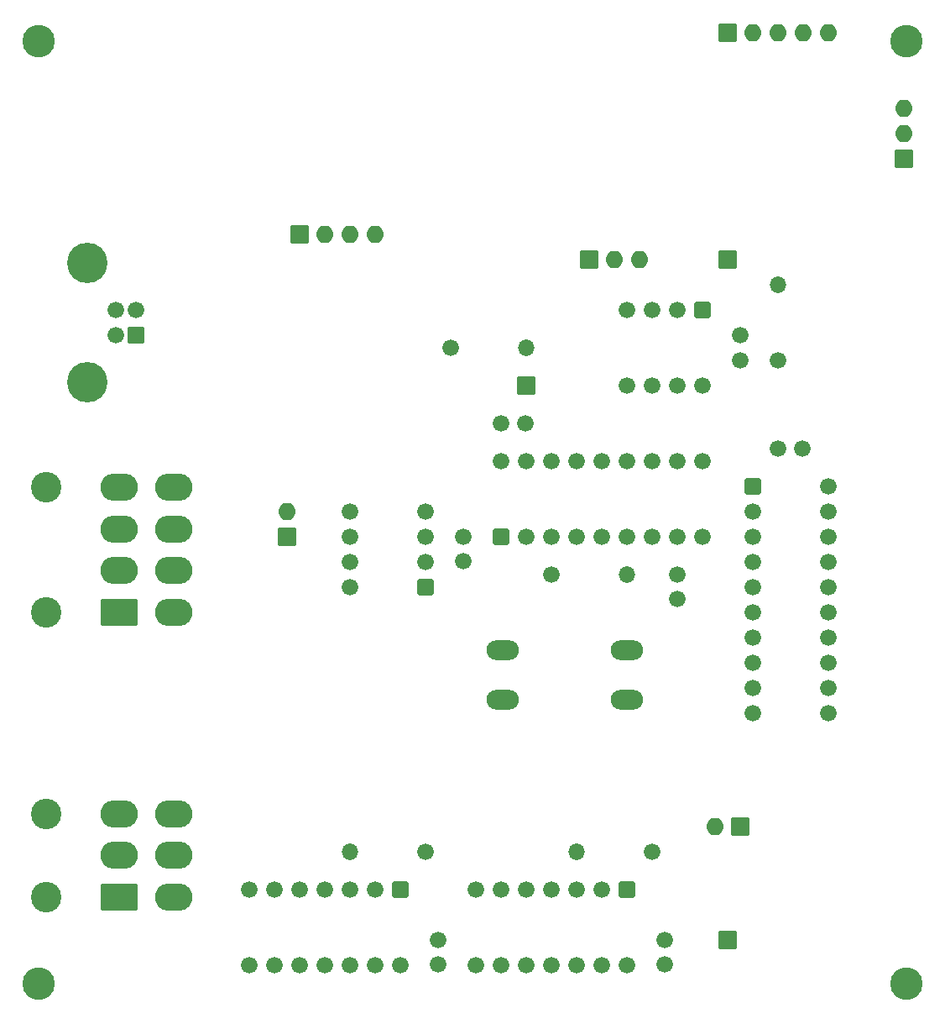
<source format=gbr>
%TF.GenerationSoftware,KiCad,Pcbnew,9.0.0*%
%TF.CreationDate,2025-10-01T11:12:33-04:00*%
%TF.ProjectId,can_gauge_interface,63616e5f-6761-4756-9765-5f696e746572,0.2*%
%TF.SameCoordinates,Original*%
%TF.FileFunction,Soldermask,Bot*%
%TF.FilePolarity,Negative*%
%FSLAX46Y46*%
G04 Gerber Fmt 4.6, Leading zero omitted, Abs format (unit mm)*
G04 Created by KiCad (PCBNEW 9.0.0) date 2025-10-01 11:12:33*
%MOMM*%
%LPD*%
G01*
G04 APERTURE LIST*
G04 Aperture macros list*
%AMRoundRect*
0 Rectangle with rounded corners*
0 $1 Rounding radius*
0 $2 $3 $4 $5 $6 $7 $8 $9 X,Y pos of 4 corners*
0 Add a 4 corners polygon primitive as box body*
4,1,4,$2,$3,$4,$5,$6,$7,$8,$9,$2,$3,0*
0 Add four circle primitives for the rounded corners*
1,1,$1+$1,$2,$3*
1,1,$1+$1,$4,$5*
1,1,$1+$1,$6,$7*
1,1,$1+$1,$8,$9*
0 Add four rect primitives between the rounded corners*
20,1,$1+$1,$2,$3,$4,$5,0*
20,1,$1+$1,$4,$5,$6,$7,0*
20,1,$1+$1,$6,$7,$8,$9,0*
20,1,$1+$1,$8,$9,$2,$3,0*%
G04 Aperture macros list end*
%ADD10RoundRect,0.038000X-0.850000X-0.850000X0.850000X-0.850000X0.850000X0.850000X-0.850000X0.850000X0*%
%ADD11RoundRect,0.038000X0.850000X-0.850000X0.850000X0.850000X-0.850000X0.850000X-0.850000X-0.850000X0*%
%ADD12O,1.776000X1.776000*%
%ADD13C,3.276000*%
%ADD14C,1.676000*%
%ADD15O,1.676000X1.676000*%
%ADD16C,3.076000*%
%ADD17RoundRect,0.257038X1.630962X-1.130962X1.630962X1.130962X-1.630962X1.130962X-1.630962X-1.130962X0*%
%ADD18O,3.776000X2.776000*%
%ADD19RoundRect,0.038000X-0.800000X0.800000X-0.800000X-0.800000X0.800000X-0.800000X0.800000X0.800000X0*%
%ADD20C,4.076000*%
%ADD21RoundRect,0.038000X0.850000X0.850000X-0.850000X0.850000X-0.850000X-0.850000X0.850000X-0.850000X0*%
%ADD22RoundRect,0.038000X-0.850000X0.850000X-0.850000X-0.850000X0.850000X-0.850000X0.850000X0.850000X0*%
%ADD23O,3.276000X1.976000*%
%ADD24RoundRect,0.261875X-0.576125X0.576125X-0.576125X-0.576125X0.576125X-0.576125X0.576125X0.576125X0*%
%ADD25RoundRect,0.261875X0.576125X0.576125X-0.576125X0.576125X-0.576125X-0.576125X0.576125X-0.576125X0*%
%ADD26RoundRect,0.261875X-0.576125X-0.576125X0.576125X-0.576125X0.576125X0.576125X-0.576125X0.576125X0*%
%ADD27RoundRect,0.261875X0.576125X-0.576125X0.576125X0.576125X-0.576125X0.576125X-0.576125X-0.576125X0*%
G04 APERTURE END LIST*
D10*
%TO.C,J7*%
X124460000Y-129540000D03*
%TD*%
D11*
%TO.C,J9*%
X81280000Y-127000000D03*
D12*
X83820000Y-127000000D03*
X86360000Y-127000000D03*
X88900000Y-127000000D03*
%TD*%
D13*
%TO.C,H1*%
X55000000Y-202500000D03*
%TD*%
D14*
%TO.C,R10*%
X93980000Y-189230000D03*
D15*
X86360000Y-189230000D03*
%TD*%
D14*
%TO.C,C16*%
X95250000Y-198120000D03*
X95250000Y-200620000D03*
%TD*%
D13*
%TO.C,H2*%
X142500000Y-202500000D03*
%TD*%
D16*
%TO.C,J3*%
X55780000Y-193820000D03*
X55780000Y-185420000D03*
D17*
X63080000Y-193820000D03*
D18*
X63080000Y-189620000D03*
X63080000Y-185420000D03*
X68580000Y-193820000D03*
X68580000Y-189620000D03*
X68580000Y-185420000D03*
%TD*%
D19*
%TO.C,J1*%
X64770000Y-137160000D03*
D14*
X64770000Y-134660000D03*
X62770000Y-134660000D03*
X62770000Y-137160000D03*
D20*
X59910000Y-141910000D03*
X59910000Y-129910000D03*
%TD*%
D21*
%TO.C,JP5*%
X80010000Y-157480000D03*
D12*
X80010000Y-154940000D03*
%TD*%
D13*
%TO.C,H4*%
X55000000Y-107500000D03*
%TD*%
D14*
%TO.C,R6*%
X106680000Y-161290000D03*
D15*
X114300000Y-161290000D03*
%TD*%
D22*
%TO.C,J8*%
X125730000Y-186690000D03*
D12*
X123190000Y-186690000D03*
%TD*%
D23*
%TO.C,SW1*%
X114300000Y-173910000D03*
X101800000Y-173910000D03*
X114300000Y-168910000D03*
X101800000Y-168910000D03*
%TD*%
D10*
%TO.C,J6*%
X104140000Y-142240000D03*
%TD*%
D14*
%TO.C,R9*%
X129540000Y-139700000D03*
D15*
X129540000Y-132080000D03*
%TD*%
D21*
%TO.C,JP2*%
X142240000Y-119380000D03*
D12*
X142240000Y-116840000D03*
X142240000Y-114300000D03*
%TD*%
D24*
%TO.C,U8*%
X91440000Y-193040000D03*
D14*
X88900000Y-193040000D03*
X86360000Y-193040000D03*
X83820000Y-193040000D03*
X81280000Y-193040000D03*
X78740000Y-193040000D03*
X76200000Y-193040000D03*
X76200000Y-200660000D03*
X78740000Y-200660000D03*
X81280000Y-200660000D03*
X83820000Y-200660000D03*
X86360000Y-200660000D03*
X88900000Y-200660000D03*
X91440000Y-200660000D03*
%TD*%
D16*
%TO.C,J2*%
X55780000Y-165100000D03*
X55780000Y-152500000D03*
D17*
X63080000Y-165100000D03*
D18*
X63080000Y-160900000D03*
X63080000Y-156700000D03*
X63080000Y-152500000D03*
X68580000Y-165100000D03*
X68580000Y-160900000D03*
X68580000Y-156700000D03*
X68580000Y-152500000D03*
%TD*%
D25*
%TO.C,U3*%
X93980000Y-162560000D03*
D14*
X93980000Y-160020000D03*
X93980000Y-157480000D03*
X93980000Y-154940000D03*
X86360000Y-154940000D03*
X86360000Y-157480000D03*
X86360000Y-160020000D03*
X86360000Y-162560000D03*
%TD*%
%TO.C,R7*%
X96520000Y-138430000D03*
D15*
X104140000Y-138430000D03*
%TD*%
D11*
%TO.C,J4*%
X124460000Y-106680000D03*
D12*
X127000000Y-106680000D03*
X129540000Y-106680000D03*
X132080000Y-106680000D03*
X134620000Y-106680000D03*
%TD*%
D14*
%TO.C,C14*%
X97790000Y-159980000D03*
X97790000Y-157480000D03*
%TD*%
D11*
%TO.C,J5*%
X110490000Y-129540000D03*
D12*
X113030000Y-129540000D03*
X115570000Y-129540000D03*
%TD*%
D10*
%TO.C,J10*%
X124460000Y-198120000D03*
%TD*%
D26*
%TO.C,U1*%
X127000000Y-152400000D03*
D14*
X127000000Y-154940000D03*
X127000000Y-157480000D03*
X127000000Y-160020000D03*
X127000000Y-162560000D03*
X127000000Y-165100000D03*
X127000000Y-167640000D03*
X127000000Y-170180000D03*
X127000000Y-172720000D03*
X127000000Y-175260000D03*
X134620000Y-175260000D03*
X134620000Y-172720000D03*
X134620000Y-170180000D03*
X134620000Y-167640000D03*
X134620000Y-165100000D03*
X134620000Y-162560000D03*
X134620000Y-160020000D03*
X134620000Y-157480000D03*
X134620000Y-154940000D03*
X134620000Y-152400000D03*
%TD*%
%TO.C,C12*%
X119380000Y-161290000D03*
X119380000Y-163790000D03*
%TD*%
%TO.C,C17*%
X118110000Y-198120000D03*
X118110000Y-200620000D03*
%TD*%
%TO.C,C10*%
X129540000Y-148590000D03*
X132040000Y-148590000D03*
%TD*%
D13*
%TO.C,H3*%
X142500000Y-107500000D03*
%TD*%
D14*
%TO.C,C13*%
X101600000Y-146050000D03*
X104100000Y-146050000D03*
%TD*%
%TO.C,R11*%
X116840000Y-189230000D03*
D15*
X109220000Y-189230000D03*
%TD*%
D27*
%TO.C,U2*%
X101600000Y-157480000D03*
D14*
X104140000Y-157480000D03*
X106680000Y-157480000D03*
X109220000Y-157480000D03*
X111760000Y-157480000D03*
X114300000Y-157480000D03*
X116840000Y-157480000D03*
X119380000Y-157480000D03*
X121920000Y-157480000D03*
X121920000Y-149860000D03*
X119380000Y-149860000D03*
X116840000Y-149860000D03*
X114300000Y-149860000D03*
X111760000Y-149860000D03*
X109220000Y-149860000D03*
X106680000Y-149860000D03*
X104140000Y-149860000D03*
X101600000Y-149860000D03*
%TD*%
D24*
%TO.C,U4*%
X121920000Y-134620000D03*
D14*
X119380000Y-134620000D03*
X116840000Y-134620000D03*
X114300000Y-134620000D03*
X114300000Y-142240000D03*
X116840000Y-142240000D03*
X119380000Y-142240000D03*
X121920000Y-142240000D03*
%TD*%
%TO.C,C15*%
X125730000Y-137200000D03*
X125730000Y-139700000D03*
%TD*%
D24*
%TO.C,U9*%
X114300000Y-193040000D03*
D14*
X111760000Y-193040000D03*
X109220000Y-193040000D03*
X106680000Y-193040000D03*
X104140000Y-193040000D03*
X101600000Y-193040000D03*
X99060000Y-193040000D03*
X99060000Y-200660000D03*
X101600000Y-200660000D03*
X104140000Y-200660000D03*
X106680000Y-200660000D03*
X109220000Y-200660000D03*
X111760000Y-200660000D03*
X114300000Y-200660000D03*
%TD*%
M02*

</source>
